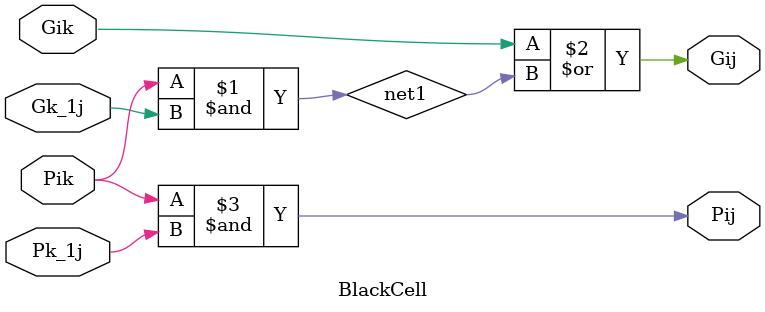
<source format=v>
`timescale 1ns / 1ps
module BlackCell(
	input Gik,
	input Pik,
	input Gk_1j,
	input Pk_1j,
	output Gij,
	output Pij
    );
	 
wire net1;

and #0.1 (net1,Pik,Gk_1j);
or #0.1 (Gij,Gik,net1);		// output Gij generated here

and #0.1 (Pij,Pik,Pk_1j);		// output Pij generated

endmodule

</source>
